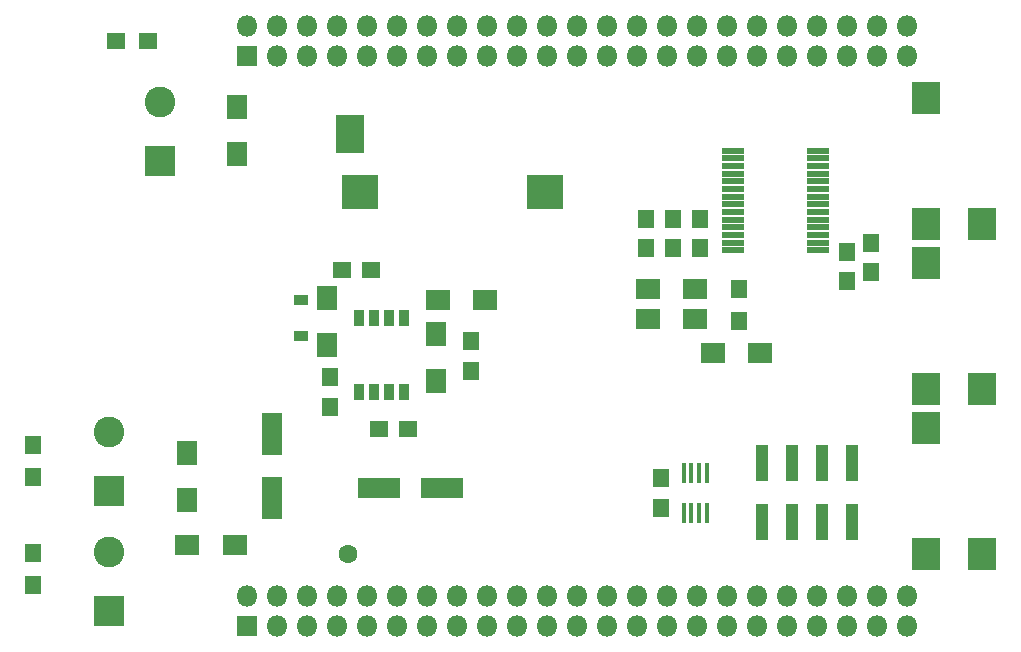
<source format=gts>
G04 #@! TF.GenerationSoftware,KiCad,Pcbnew,(6.0.0-rc1-dev-159-g1e43773)*
G04 #@! TF.CreationDate,2018-07-25T22:10:03-05:00*
G04 #@! TF.ProjectId,bbb_alien_harness,6262625F616C69656E5F6861726E6573,rev?*
G04 #@! TF.SameCoordinates,Original*
G04 #@! TF.FileFunction,Soldermask,Top*
G04 #@! TF.FilePolarity,Negative*
%FSLAX46Y46*%
G04 Gerber Fmt 4.6, Leading zero omitted, Abs format (unit mm)*
G04 Created by KiCad (PCBNEW (6.0.0-rc1-dev-159-g1e43773)) date Wed Jul 25 22:10:03 2018*
%MOMM*%
%LPD*%
G01*
G04 APERTURE LIST*
%ADD10R,1.801600X2.101600*%
%ADD11R,2.489200X2.794000*%
%ADD12R,1.301600X0.951600*%
%ADD13R,1.851600X0.551600*%
%ADD14R,1.601600X1.401600*%
%ADD15R,1.801600X1.801600*%
%ADD16O,1.801600X1.801600*%
%ADD17C,2.601600*%
%ADD18R,2.601600X2.601600*%
%ADD19R,2.101600X1.801600*%
%ADD20R,3.601600X1.701600*%
%ADD21R,1.101600X3.101600*%
%ADD22C,1.601600*%
%ADD23R,1.701600X3.601600*%
%ADD24R,1.601600X1.351600*%
%ADD25R,1.351600X1.601600*%
%ADD26R,1.306600X1.651600*%
%ADD27R,0.401600X1.701600*%
%ADD28R,1.401600X1.601600*%
%ADD29R,3.098800X2.997200*%
%ADD30R,0.901600X1.401600*%
G04 APERTURE END LIST*
D10*
G04 #@! TO.C,R4*
X90780967Y-110445800D03*
X90780967Y-114445800D03*
G04 #@! TD*
D11*
G04 #@! TO.C,U2*
X153390600Y-105029000D03*
X153390600Y-94361000D03*
X158089600Y-105029000D03*
G04 #@! TD*
D12*
G04 #@! TO.C,D6*
X100458367Y-97535000D03*
X100458367Y-100585000D03*
G04 #@! TD*
D13*
G04 #@! TO.C,U6*
X136989000Y-93302800D03*
X136989000Y-92652800D03*
X136989000Y-92002800D03*
X136989000Y-91352800D03*
X136989000Y-90702800D03*
X136989000Y-90052800D03*
X136989000Y-89402800D03*
X136989000Y-88752800D03*
X136989000Y-88102800D03*
X136989000Y-87452800D03*
X136989000Y-86802800D03*
X136989000Y-86152800D03*
X136989000Y-85502800D03*
X136989000Y-84852800D03*
X144189000Y-84852800D03*
X144189000Y-85502800D03*
X144189000Y-86152800D03*
X144189000Y-86802800D03*
X144189000Y-87452800D03*
X144189000Y-88102800D03*
X144189000Y-88752800D03*
X144189000Y-89402800D03*
X144189000Y-90052800D03*
X144189000Y-90702800D03*
X144189000Y-91352800D03*
X144189000Y-92002800D03*
X144189000Y-92652800D03*
X144189000Y-93302800D03*
G04 #@! TD*
D14*
G04 #@! TO.C,D3*
X84757367Y-75565000D03*
X87457367Y-75565000D03*
G04 #@! TD*
D15*
G04 #@! TO.C,P4*
X95885000Y-125095000D03*
D16*
X95885000Y-122555000D03*
X98425000Y-125095000D03*
X98425000Y-122555000D03*
X100965000Y-125095000D03*
X100965000Y-122555000D03*
X103505000Y-125095000D03*
X103505000Y-122555000D03*
X106045000Y-125095000D03*
X106045000Y-122555000D03*
X108585000Y-125095000D03*
X108585000Y-122555000D03*
X111125000Y-125095000D03*
X111125000Y-122555000D03*
X113665000Y-125095000D03*
X113665000Y-122555000D03*
X116205000Y-125095000D03*
X116205000Y-122555000D03*
X118745000Y-125095000D03*
X118745000Y-122555000D03*
X121285000Y-125095000D03*
X121285000Y-122555000D03*
X123825000Y-125095000D03*
X123825000Y-122555000D03*
X126365000Y-125095000D03*
X126365000Y-122555000D03*
X128905000Y-125095000D03*
X128905000Y-122555000D03*
X131445000Y-125095000D03*
X131445000Y-122555000D03*
X133985000Y-125095000D03*
X133985000Y-122555000D03*
X136525000Y-125095000D03*
X136525000Y-122555000D03*
X139065000Y-125095000D03*
X139065000Y-122555000D03*
X141605000Y-125095000D03*
X141605000Y-122555000D03*
X144145000Y-125095000D03*
X144145000Y-122555000D03*
X146685000Y-125095000D03*
X146685000Y-122555000D03*
X149225000Y-125095000D03*
X149225000Y-122555000D03*
X151765000Y-125095000D03*
X151765000Y-122555000D03*
G04 #@! TD*
G04 #@! TO.C,P3*
X151765000Y-74295000D03*
X151765000Y-76835000D03*
X149225000Y-74295000D03*
X149225000Y-76835000D03*
X146685000Y-74295000D03*
X146685000Y-76835000D03*
X144145000Y-74295000D03*
X144145000Y-76835000D03*
X141605000Y-74295000D03*
X141605000Y-76835000D03*
X139065000Y-74295000D03*
X139065000Y-76835000D03*
X136525000Y-74295000D03*
X136525000Y-76835000D03*
X133985000Y-74295000D03*
X133985000Y-76835000D03*
X131445000Y-74295000D03*
X131445000Y-76835000D03*
X128905000Y-74295000D03*
X128905000Y-76835000D03*
X126365000Y-74295000D03*
X126365000Y-76835000D03*
X123825000Y-74295000D03*
X123825000Y-76835000D03*
X121285000Y-74295000D03*
X121285000Y-76835000D03*
X118745000Y-74295000D03*
X118745000Y-76835000D03*
X116205000Y-74295000D03*
X116205000Y-76835000D03*
X113665000Y-74295000D03*
X113665000Y-76835000D03*
X111125000Y-74295000D03*
X111125000Y-76835000D03*
X108585000Y-74295000D03*
X108585000Y-76835000D03*
X106045000Y-74295000D03*
X106045000Y-76835000D03*
X103505000Y-74295000D03*
X103505000Y-76835000D03*
X100965000Y-74295000D03*
X100965000Y-76835000D03*
X98425000Y-74295000D03*
X98425000Y-76835000D03*
X95885000Y-74295000D03*
D15*
X95885000Y-76835000D03*
G04 #@! TD*
D17*
G04 #@! TO.C,PWR1*
X84175600Y-118825000D03*
D18*
X84175600Y-123825000D03*
G04 #@! TD*
G04 #@! TO.C,P2*
X88493600Y-85725000D03*
D17*
X88493600Y-80725000D03*
G04 #@! TD*
G04 #@! TO.C,P1*
X84175600Y-108665000D03*
D18*
X84175600Y-113665000D03*
G04 #@! TD*
D19*
G04 #@! TO.C,R8*
X116047367Y-97536000D03*
X112047367Y-97536000D03*
G04 #@! TD*
D20*
G04 #@! TO.C,C5*
X107029367Y-113411000D03*
X112429367Y-113411000D03*
G04 #@! TD*
D21*
G04 #@! TO.C,P5*
X147130159Y-116310947D03*
X147130159Y-111270947D03*
X144590159Y-116310947D03*
X144590159Y-111270947D03*
X142050159Y-116310947D03*
X142050159Y-111270947D03*
X139510159Y-116310947D03*
X139510159Y-111270947D03*
G04 #@! TD*
D22*
G04 #@! TO.C,MP5*
X104395367Y-119049800D03*
G04 #@! TD*
D23*
G04 #@! TO.C,C1*
X98019967Y-108856800D03*
X98019967Y-114256800D03*
G04 #@! TD*
D24*
G04 #@! TO.C,C4*
X106407367Y-94996000D03*
X103907367Y-94996000D03*
G04 #@! TD*
D25*
G04 #@! TO.C,C6*
X114809367Y-103485000D03*
X114809367Y-100985000D03*
G04 #@! TD*
G04 #@! TO.C,C8*
X148717000Y-92653800D03*
X148717000Y-95153800D03*
G04 #@! TD*
G04 #@! TO.C,C9*
X146685000Y-95915800D03*
X146685000Y-93415800D03*
G04 #@! TD*
G04 #@! TO.C,C3*
X102871367Y-104033000D03*
X102871367Y-106533000D03*
G04 #@! TD*
D24*
G04 #@! TO.C,C2*
X107033793Y-108458000D03*
X109533793Y-108458000D03*
G04 #@! TD*
D25*
G04 #@! TO.C,C10*
X134239000Y-93121800D03*
X134239000Y-90621800D03*
G04 #@! TD*
G04 #@! TO.C,C11*
X131953000Y-93121800D03*
X131953000Y-90621800D03*
G04 #@! TD*
G04 #@! TO.C,C20*
X130897995Y-112583408D03*
X130897995Y-115083408D03*
G04 #@! TD*
G04 #@! TO.C,C12*
X129667000Y-90621800D03*
X129667000Y-93121800D03*
G04 #@! TD*
D26*
G04 #@! TO.C,U7*
X105225100Y-82664000D03*
X105225100Y-84214000D03*
X104020100Y-82664000D03*
X104020100Y-84214000D03*
G04 #@! TD*
D27*
G04 #@! TO.C,U13*
X132843995Y-112133408D03*
X133493995Y-112133408D03*
X134143995Y-112133408D03*
X134793995Y-112133408D03*
X134793995Y-115533408D03*
X134143995Y-115533408D03*
X133493995Y-115533408D03*
X132843995Y-115533408D03*
G04 #@! TD*
D28*
G04 #@! TO.C,D7*
X137567767Y-99317800D03*
X137567767Y-96617800D03*
G04 #@! TD*
G04 #@! TO.C,D2*
X77725367Y-109800400D03*
X77725367Y-112500400D03*
G04 #@! TD*
G04 #@! TO.C,D1*
X77725367Y-121619000D03*
X77725367Y-118919000D03*
G04 #@! TD*
D10*
G04 #@! TO.C,R7*
X111888367Y-100362000D03*
X111888367Y-104362000D03*
G04 #@! TD*
G04 #@! TO.C,R6*
X102617367Y-101314000D03*
X102617367Y-97314000D03*
G04 #@! TD*
G04 #@! TO.C,R5*
X94997367Y-85185000D03*
X94997367Y-81185000D03*
G04 #@! TD*
D19*
G04 #@! TO.C,R1*
X90838367Y-118262400D03*
X94838367Y-118262400D03*
G04 #@! TD*
G04 #@! TO.C,R16*
X133826000Y-96570800D03*
X129826000Y-96570800D03*
G04 #@! TD*
G04 #@! TO.C,R17*
X133826000Y-99110800D03*
X129826000Y-99110800D03*
G04 #@! TD*
G04 #@! TO.C,R15*
X135313767Y-102031800D03*
X139313767Y-102031800D03*
G04 #@! TD*
D29*
G04 #@! TO.C,L1*
X121133967Y-88392000D03*
X105436767Y-88392000D03*
G04 #@! TD*
D11*
G04 #@! TO.C,U1*
X158089600Y-118999000D03*
X153390600Y-108331000D03*
X153390600Y-118999000D03*
G04 #@! TD*
G04 #@! TO.C,U3*
X158089600Y-91059000D03*
X153390600Y-80391000D03*
X153390600Y-91059000D03*
G04 #@! TD*
D30*
G04 #@! TO.C,U4*
X105357794Y-99005961D03*
X106637794Y-99005961D03*
X107897794Y-99005961D03*
X109167794Y-99005961D03*
X109167794Y-105305961D03*
X107897794Y-105305961D03*
X106637794Y-105305961D03*
X105357794Y-105305961D03*
G04 #@! TD*
M02*

</source>
